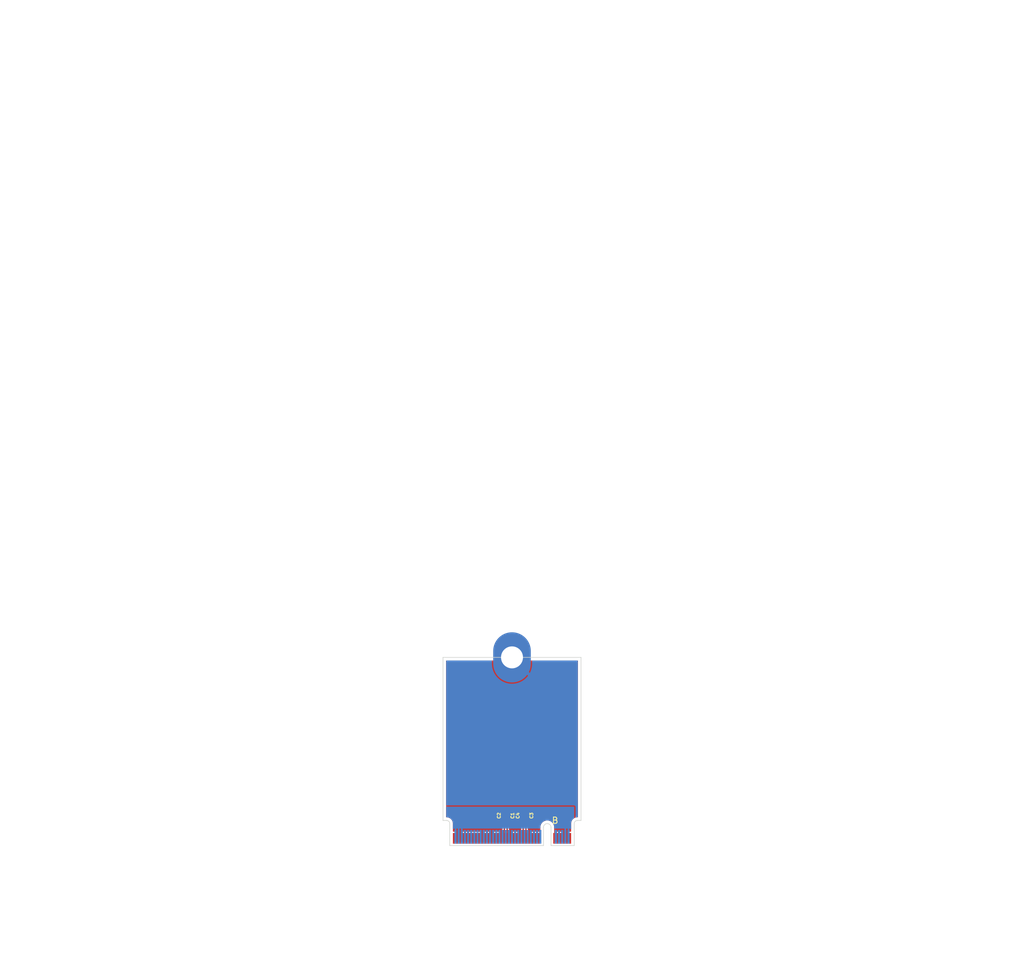
<source format=kicad_pcb>
(kicad_pcb (version 20241229) (generator "pcbnew") (generator_version "9.0")
  (layers (0 "F.Cu" signal) (2 "B.Cu" signal) (13 "F.Paste" user) (15 "B.Paste" user) (5 "F.SilkS" user "F.Silkscreen") (7 "B.SilkS" user "B.Silkscreen") (1 "F.Mask" user) (3 "B.Mask" user) (25 "Edge.Cuts" user))
  (net 0 "")
  (net 1 "/M.2 B key/PET0N")
  (net 2 "/PET0-")
  (net 3 "/M.2 B key/PET0P")
  (net 4 "/PET0+")
  (net 5 "/M.2 B key/PET1N")
  (net 6 "/PET1-")
  (net 7 "/M.2 B key/PET1P")
  (net 8 "/PET1+")
  (net 9 "GND")
  (net 10 "/UIM-DATA")
  (net 11 "/GPIO_4")
  (net 12 "/W_DISABLE1#")
  (net 13 "+3.3V")
  (net 14 "/DEVSLP")
  (net 15 "/DPR")
  (net 16 "/GPIO_8")
  (net 17 "/CONFIG_1")
  (net 18 "/SIM_DETECT")
  (net 19 "/UIM-PWR")
  (net 21 "/REFCLK-")
  (net 22 "/RESET#")
  (net 23 "/PER0-")
  (net 24 "/GPIO_7")
  (net 25 "/ANTCTL1")
  (net 26 "/GPIO_0")
  (net 27 "/GPIO_5")
  (net 28 "/SUSCLK")
  (net 29 "/GPIO_6")
  (net 30 "/PERST#")
  (net 31 "/UIM-CLK")
  (net 32 "/GPIO_1")
  (net 33 "/GPIO_10")
  (net 34 "/ANTCTL0")
  (net 36 "/GPIO_2")
  (net 37 "/CONFIG_3")
  (net 38 "/PEWAKE#")
  (net 39 "/CONFIG_0")
  (net 40 "/GPIO_11")
  (net 41 "/ANTCTL2")
  (net 43 "/USB_D-")
  (net 45 "/UIM-RESET")
  (net 46 "/CONFIG_2")
  (net 47 "/PER0+")
  (net 48 "/CLKREQ#")
  (net 49 "/ANTCTL3")
  (net 50 "/FULL_CARD_PWR_OFF#")
  (net 51 "/GPIO_9{slash}LED#1")
  (net 53 "/USB_D+")
  (net 54 "/GPIO_3")
  (net 55 "/REFCLK+")
  (net 56 "/PER1-")
  (net 57 "/PER1+")
  (footprint "Athena KiCAd library:M.2 Mounting Pad" (layer "F.Cu") (at 108.01 127.63)
    (property "Reference" "H1")
    (property "Value" "MountingHole_Pad")
    (pad "1" thru_hole circle (at 0 0) (size 5.5 5.5) (drill 3.5) (property pad_prop_castellated) (layers "*.Cu" "*.Mask") (net 9 "GND") (padstack (mode front_inner_back) (layer "Inner" (shape circle) (size 5.5 5.5)) (layer "B.Cu" (shape oval) (size 6 8))))
  )
  (footprint "Capacitor_SMD:C_0201_0603Metric" (layer "F.Cu") (at 106.66 152.86 90)
    (property "Reference" "C2" (at 0 -0.73 90) (layer "F.SilkS") (effects (font (size 0.5 0.5))))
    (property "Value" "220nF")
    (pad "1" smd roundrect (at -0.32 0 90) (size 0.46 0.4) (layers "F.Cu" "F.Mask") (net 3 "/M.2 B key/PET0P"))
    (pad "2" smd roundrect (at 0.32 0 90) (size 0.46 0.4) (layers "F.Cu" "F.Mask") (net 4 "/PET0+"))
  )
  (footprint "PCIexpress:M.2 B Key Connector" (layer "F.Cu") (at 108.01 156.52)
    (property "Reference" "J1")
    (property "Value" "~")
    (fp_line (start -11 -2.89) (end -10.425 -2.89) (stroke (width 0.1)) (layer "Edge.Cuts"))
    (fp_line (start -9.925 -2.39) (end -9.925 1.11) (stroke (width 0.1)) (layer "Edge.Cuts"))
    (fp_line (start 5.02 -1.79) (end 5.02 1.11) (stroke (width 0.1)) (layer "Edge.Cuts"))
    (fp_line (start 5.02 1.11) (end -9.925 1.11) (stroke (width 0.1)) (layer "Edge.Cuts"))
    (fp_line (start 6.22 -1.79) (end 6.22 1.11) (stroke (width 0.1)) (layer "Edge.Cuts"))
    (fp_line (start 6.225333 1.11) (end 9.925 1.11) (stroke (width 0.1)) (layer "Edge.Cuts"))
    (fp_line (start 9.925 -2.39) (end 9.925 1.11) (stroke (width 0.1)) (layer "Edge.Cuts"))
    (fp_line (start 10.425 -2.89) (end 11 -2.89) (stroke (width 0.1)) (layer "Edge.Cuts"))
    (fp_arc (start -10.425 -2.89) (mid -10.071447 -2.743553) (end -9.925 -2.39) (stroke (width 0.1)) (layer "Edge.Cuts"))
    (fp_arc (start 5.02 -1.79) (mid 5.62 -2.39) (end 6.22 -1.79) (stroke (width 0.1)) (layer "Edge.Cuts"))
    (fp_arc (start 9.925 -2.39) (mid 10.071447 -2.743553) (end 10.425 -2.89) (stroke (width 0.1)) (layer "Edge.Cuts"))
    (fp_text user "B" (at 6.27 -2.3 0) (layer "F.SilkS") (effects (justify left bottom)))
    (pad "1" smd rect (at 9.25 -0.04 180) (size 0.35 1.7) (layers "F.Cu") (net 37 "/CONFIG_3"))
    (pad "2" smd rect (at 9 -0.29 180) (size 0.35 2.2) (layers "B.Cu") (net 13 "+3.3V"))
    (pad "3" smd rect (at 8.75 -0.04 180) (size 0.35 1.7) (layers "F.Cu") (net 9 "GND"))
    (pad "4" smd rect (at 8.5 -0.29 180) (size 0.35 2.2) (layers "B.Cu") (net 13 "+3.3V"))
    (pad "5" smd rect (at 8.25 -0.04 180) (size 0.35 1.7) (layers "F.Cu") (net 9 "GND"))
    (pad "6" smd rect (at 8 -0.29 180) (size 0.35 2.2) (layers "B.Cu") (net 50 "/FULL_CARD_PWR_OFF#"))
    (pad "7" smd rect (at 7.75 -0.04 180) (size 0.35 1.7) (layers "F.Cu") (net 53 "/USB_D+"))
    (pad "8" smd rect (at 7.5 -0.29 180) (size 0.35 2.2) (layers "B.Cu") (net 12 "/W_DISABLE1#"))
    (pad "9" smd rect (at 7.25 -0.04 180) (size 0.35 1.7) (layers "F.Cu") (net 43 "/USB_D-"))
    (pad "10" smd rect (at 7 -0.29 180) (size 0.35 2.2) (layers "B.Cu") (net 51 "/GPIO_9{slash}LED#1"))
    (pad "11" smd rect (at 6.75 -0.04 180) (size 0.35 1.7) (layers "F.Cu") (net 9 "GND"))
    (pad "20" smd rect (at 4.5 -0.29 180) (size 0.35 2.2) (layers "B.Cu") (net 27 "/GPIO_5"))
    (pad "21" smd rect (at 4.25 -0.04 180) (size 0.35 1.7) (layers "F.Cu") (net 39 "/CONFIG_0"))
    (pad "22" smd rect (at 4 -0.29 180) (size 0.35 2.2) (layers "B.Cu") (net 29 "/GPIO_6"))
    (pad "23" smd rect (at 3.75 -0.04 180) (size 0.35 1.7) (layers "F.Cu") (net 15 "/DPR"))
    (pad "24" smd rect (at 3.5 -0.29 180) (size 0.35 2.2) (layers "B.Cu") (net 24 "/GPIO_7"))
    (pad "25" smd rect (at 3.25 -0.04 180) (size 0.35 1.7) (layers "F.Cu") (net 40 "/GPIO_11"))
    (pad "26" smd rect (at 3 -0.29 180) (size 0.35 2.2) (layers "B.Cu") (net 33 "/GPIO_10"))
    (pad "27" smd rect (at 2.75 -0.04 180) (size 0.35 1.7) (layers "F.Cu") (net 9 "GND"))
    (pad "28" smd rect (at 2.5 -0.29 180) (size 0.35 2.2) (layers "B.Cu") (net 16 "/GPIO_8"))
    (pad "29" smd rect (at 2.25 -0.04 180) (size 0.35 1.7) (layers "F.Cu") (net 5 "/M.2 B key/PET1N"))
    (pad "30" smd rect (at 2 -0.29 180) (size 0.35 2.2) (layers "B.Cu") (net 45 "/UIM-RESET"))
    (pad "31" smd rect (at 1.75 -0.04 180) (size 0.35 1.7) (layers "F.Cu") (net 7 "/M.2 B key/PET1P"))
    (pad "32" smd rect (at 1.5 -0.29 180) (size 0.35 2.2) (layers "B.Cu") (net 31 "/UIM-CLK"))
    (pad "33" smd rect (at 1.25 -0.04 180) (size 0.35 1.7) (layers "F.Cu") (net 9 "GND"))
    (pad "34" smd rect (at 1 -0.29 180) (size 0.35 2.2) (layers "B.Cu") (net 10 "/UIM-DATA"))
    (pad "35" smd rect (at 0.75 -0.04 180) (size 0.35 1.7) (layers "F.Cu") (net 56 "/PER1-"))
    (pad "36" smd rect (at 0.5 -0.29 180) (size 0.35 2.2) (layers "B.Cu") (net 19 "/UIM-PWR"))
    (pad "37" smd rect (at 0.25 -0.04 180) (size 0.35 1.7) (layers "F.Cu") (net 57 "/PER1+"))
    (pad "38" smd rect (at 0 -0.29 180) (size 0.35 2.2) (layers "B.Cu") (net 14 "/DEVSLP"))
    (pad "39" smd rect (at -0.25 -0.04 180) (size 0.35 1.7) (layers "F.Cu") (net 9 "GND"))
    (pad "40" smd rect (at -0.5 -0.29 180) (size 0.35 2.2) (layers "B.Cu") (net 26 "/GPIO_0"))
    (pad "41" smd rect (at -0.75 -0.04 180) (size 0.35 1.7) (layers "F.Cu") (net 1 "/M.2 B key/PET0N"))
    (pad "42" smd rect (at -1 -0.29 180) (size 0.35 2.2) (layers "B.Cu") (net 32 "/GPIO_1"))
    (pad "43" smd rect (at -1.25 -0.04 180) (size 0.35 1.7) (layers "F.Cu") (net 3 "/M.2 B key/PET0P"))
    (pad "44" smd rect (at -1.5 -0.29 180) (size 0.35 2.2) (layers "B.Cu") (net 36 "/GPIO_2"))
    (pad "45" smd rect (at -1.75 -0.04 180) (size 0.35 1.7) (layers "F.Cu") (net 9 "GND"))
    (pad "46" smd rect (at -2 -0.29 180) (size 0.35 2.2) (layers "B.Cu") (net 54 "/GPIO_3"))
    (pad "47" smd rect (at -2.25 -0.04 180) (size 0.35 1.7) (layers "F.Cu") (net 23 "/PER0-"))
    (pad "48" smd rect (at -2.5 -0.29 180) (size 0.35 2.2) (layers "B.Cu") (net 11 "/GPIO_4"))
    (pad "49" smd rect (at -2.75 -0.04 180) (size 0.35 1.7) (layers "F.Cu") (net 47 "/PER0+"))
    (pad "50" smd rect (at -3 -0.29 180) (size 0.35 2.2) (layers "B.Cu") (net 30 "/PERST#"))
    (pad "51" smd rect (at -3.25 -0.04 180) (size 0.35 1.7) (layers "F.Cu") (net 9 "GND"))
    (pad "52" smd rect (at -3.5 -0.29 180) (size 0.35 2.2) (layers "B.Cu") (net 48 "/CLKREQ#"))
    (pad "53" smd rect (at -3.75 -0.04 180) (size 0.35 1.7) (layers "F.Cu") (net 21 "/REFCLK-"))
    (pad "54" smd rect (at -4 -0.29 180) (size 0.35 2.2) (layers "B.Cu") (net 38 "/PEWAKE#"))
    (pad "55" smd rect (at -4.25 -0.04 180) (size 0.35 1.7) (layers "F.Cu") (net 55 "/REFCLK+"))
    (pad "56" smd rect (at -4.5 -0.29 180) (size 0.35 2.2) (layers "B.Cu"))
    (pad "57" smd rect (at -4.75 -0.04 180) (size 0.35 1.7) (layers "F.Cu") (net 9 "GND"))
    (pad "58" smd rect (at -5 -0.29 180) (size 0.35 2.2) (layers "B.Cu"))
    (pad "59" smd rect (at -5.25 -0.04 180) (size 0.35 1.7) (layers "F.Cu") (net 34 "/ANTCTL0"))
    (pad "60" smd rect (at -5.5 -0.29 180) (size 0.35 2.2) (layers "B.Cu"))
    (pad "61" smd rect (at -5.75 -0.04 180) (size 0.35 1.7) (layers "F.Cu") (net 25 "/ANTCTL1"))
    (pad "62" smd rect (at -6 -0.29 180) (size 0.35 2.2) (layers "B.Cu"))
    (pad "63" smd rect (at -6.25 -0.04 180) (size 0.35 1.7) (layers "F.Cu") (net 41 "/ANTCTL2"))
    (pad "64" smd rect (at -6.5 -0.29 180) (size 0.35 2.2) (layers "B.Cu"))
    (pad "65" smd rect (at -6.75 -0.04 180) (size 0.35 1.7) (layers "F.Cu") (net 49 "/ANTCTL3"))
    (pad "66" smd rect (at -7 -0.29 180) (size 0.35 2.2) (layers "B.Cu") (net 18 "/SIM_DETECT"))
    (pad "67" smd rect (at -7.25 -0.04 180) (size 0.35 1.7) (layers "F.Cu") (net 22 "/RESET#"))
    (pad "68" smd rect (at -7.5 -0.29 180) (size 0.35 2.2) (layers "B.Cu") (net 28 "/SUSCLK"))
    (pad "69" smd rect (at -7.75 -0.04 180) (size 0.35 1.7) (layers "F.Cu") (net 17 "/CONFIG_1"))
    (pad "70" smd rect (at -8 -0.29 180) (size 0.35 2.2) (layers "B.Cu") (net 13 "+3.3V"))
    (pad "71" smd rect (at -8.25 -0.04 180) (size 0.35 1.7) (layers "F.Cu") (net 9 "GND"))
    (pad "72" smd rect (at -8.5 -0.29 180) (size 0.35 2.2) (layers "B.Cu") (net 13 "+3.3V"))
    (pad "73" smd rect (at -8.75 -0.04 180) (size 0.35 1.7) (layers "F.Cu") (net 9 "GND"))
    (pad "74" smd rect (at -9 -0.29 180) (size 0.35 2.2) (layers "B.Cu") (net 13 "+3.3V"))
    (pad "75" smd rect (at -9.25 -0.04 180) (size 0.35 1.7) (layers "F.Cu") (net 46 "/CONFIG_2"))
  )
  (footprint "Capacitor_SMD:C_0201_0603Metric" (layer "F.Cu") (at 109.66 152.86 90)
    (property "Reference" "C4" (at 0 -0.72 90) (layer "F.SilkS") (effects (font (size 0.5 0.5))))
    (property "Value" "220nF")
    (pad "1" smd roundrect (at -0.32 0 90) (size 0.46 0.4) (layers "F.Cu" "F.Mask") (net 7 "/M.2 B key/PET1P"))
    (pad "2" smd roundrect (at 0.32 0 90) (size 0.46 0.4) (layers "F.Cu" "F.Mask") (net 8 "/PET1+"))
  )
  (footprint "Capacitor_SMD:C_0201_0603Metric" (layer "F.Cu") (at 110.36 152.86 90)
    (property "Reference" "C3" (at 0 0.75 90) (layer "F.SilkS") (effects (font (size 0.5 0.5))))
    (property "Value" "220nF")
    (pad "1" smd roundrect (at -0.32 0 90) (size 0.46 0.4) (layers "F.Cu" "F.Mask") (net 5 "/M.2 B key/PET1N"))
    (pad "2" smd roundrect (at 0.32 0 90) (size 0.46 0.4) (layers "F.Cu" "F.Mask") (net 6 "/PET1-"))
  )
  (footprint "Capacitor_SMD:C_0201_0603Metric" (layer "F.Cu") (at 107.36 152.86 90)
    (property "Reference" "C1" (at 0 0.73 270) (layer "F.SilkS") (effects (font (size 0.5 0.5))))
    (property "Value" "220nF")
    (pad "1" smd roundrect (at -0.32 0 90) (size 0.46 0.4) (layers "F.Cu" "F.Mask") (net 1 "/M.2 B key/PET0N"))
    (pad "2" smd roundrect (at 0.32 0 90) (size 0.46 0.4) (layers "F.Cu" "F.Mask") (net 2 "/PET0-"))
  )
  (gr_line (start 119.01 153.63) (end 119.01 127.63) (stroke (width 0.1)) (layer "Edge.Cuts"))
  (gr_line (start 119.01 127.63) (end 97.01 127.63) (stroke (width 0.1)) (layer "Edge.Cuts"))
  (gr_line (start 97.01 127.63) (end 97.01 153.63) (stroke (width 0.1)) (layer "Edge.Cuts"))
  (segment (start 107.36 153.525001) (end 107.36 153.18) (width 0.2) (layer "F.Cu") (net 1))
  (segment (start 107.235 153.650001) (end 107.36 153.525001) (width 0.2) (layer "F.Cu") (net 1))
  (segment (start 107.26 155.204999) (end 107.235 155.179999) (width 0.2) (layer "F.Cu") (net 1))
  (segment (start 107.235 155.179999) (end 107.235 153.650001) (width 0.2) (layer "F.Cu") (net 1))
  (segment (start 107.26 156.48) (end 107.26 155.204999) (width 0.2) (layer "F.Cu") (net 1))
  (segment (start 106.785 155.179999) (end 106.785 153.650001) (width 0.2) (layer "F.Cu") (net 3))
  (segment (start 106.76 156.48) (end 106.76 155.204999) (width 0.2) (layer "F.Cu") (net 3))
  (segment (start 106.785 153.650001) (end 106.66 153.525001) (width 0.2) (layer "F.Cu") (net 3))
  (segment (start 106.66 153.525001) (end 106.66 153.18) (width 0.2) (layer "F.Cu") (net 3))
  (segment (start 106.76 155.204999) (end 106.785 155.179999) (width 0.2) (layer "F.Cu") (net 3))
  (segment (start 110.235 153.650001) (end 110.36 153.525001) (width 0.2) (layer "F.Cu") (net 5))
  (segment (start 110.36 153.525001) (end 110.36 153.18) (width 0.2) (layer "F.Cu") (net 5))
  (segment (start 110.26 156.48) (end 110.26 155.204999) (width 0.2) (layer "F.Cu") (net 5))
  (segment (start 110.26 155.204999) (end 110.235 155.179999) (width 0.2) (layer "F.Cu") (net 5))
  (segment (start 110.235 155.179999) (end 110.235 153.650001) (width 0.2) (layer "F.Cu") (net 5))
  (segment (start 109.76 155.204999) (end 109.785 155.179999) (width 0.2) (layer "F.Cu") (net 7))
  (segment (start 109.66 153.525001) (end 109.66 153.18) (width 0.2) (layer "F.Cu") (net 7))
  (segment (start 109.785 155.179999) (end 109.785 153.650001) (width 0.2) (layer "F.Cu") (net 7))
  (segment (start 109.785 153.650001) (end 109.66 153.525001) (width 0.2) (layer "F.Cu") (net 7))
  (segment (start 109.76 156.48) (end 109.76 155.204999) (width 0.2) (layer "F.Cu") (net 7))
  (zone (net 9) (net_name "GND") (layers "F.Cu" "B.Cu") (connect_pads (clearance 0.15)) (min_thickness 0.15) (fill yes (thermal_gap 0.2) (thermal_bridge_width 0.5))
    (polygon (pts (xy 93.01 155.87) (xy 93.01 47.63) (xy 123.01 47.63) (xy 123.01 155.87)))
  )
  (zone (net 13) (net_name "+3.3V") (layer "B.Cu") (priority 1) (connect_pads (clearance 0.2)) (min_thickness 0.1) (fill yes (thermal_gap 0.2) (thermal_bridge_width 0.25))
    (polygon (pts (xy 117.93 155.81) (xy 117.93 151.445) (xy 117.915 151.43) (xy 97.46 151.43) (xy 97.46 156.06) (xy 117.68 156.06)))
  )
)
</source>
